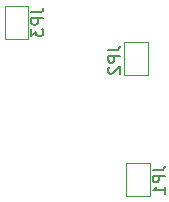
<source format=gbr>
%TF.GenerationSoftware,KiCad,Pcbnew,5.1.7+dfsg1-1*%
%TF.CreationDate,2020-10-05T18:44:40-04:00*%
%TF.ProjectId,74HC595Breakout,37344843-3539-4354-9272-65616b6f7574,rev?*%
%TF.SameCoordinates,Original*%
%TF.FileFunction,Legend,Bot*%
%TF.FilePolarity,Positive*%
%FSLAX46Y46*%
G04 Gerber Fmt 4.6, Leading zero omitted, Abs format (unit mm)*
G04 Created by KiCad (PCBNEW 5.1.7+dfsg1-1) date 2020-10-05 18:44:40*
%MOMM*%
%LPD*%
G01*
G04 APERTURE LIST*
%ADD10C,0.120000*%
%ADD11C,0.150000*%
G04 APERTURE END LIST*
D10*
%TO.C,JP1*%
X138700000Y-100856000D02*
X140700000Y-100856000D01*
X138700000Y-98056000D02*
X138700000Y-100856000D01*
X140700000Y-98056000D02*
X138700000Y-98056000D01*
X140700000Y-100856000D02*
X140700000Y-98056000D01*
%TO.C,JP2*%
X140500000Y-90600000D02*
X140500000Y-87800000D01*
X140500000Y-87800000D02*
X138500000Y-87800000D01*
X138500000Y-87800000D02*
X138500000Y-90600000D01*
X138500000Y-90600000D02*
X140500000Y-90600000D01*
%TO.C,JP3*%
X130413000Y-87506000D02*
X130413000Y-84706000D01*
X130413000Y-84706000D02*
X128413000Y-84706000D01*
X128413000Y-84706000D02*
X128413000Y-87506000D01*
X128413000Y-87506000D02*
X130413000Y-87506000D01*
%TO.C,JP1*%
D11*
X140952380Y-98622666D02*
X141666666Y-98622666D01*
X141809523Y-98575047D01*
X141904761Y-98479809D01*
X141952380Y-98336952D01*
X141952380Y-98241714D01*
X141952380Y-99098857D02*
X140952380Y-99098857D01*
X140952380Y-99479809D01*
X141000000Y-99575047D01*
X141047619Y-99622666D01*
X141142857Y-99670285D01*
X141285714Y-99670285D01*
X141380952Y-99622666D01*
X141428571Y-99575047D01*
X141476190Y-99479809D01*
X141476190Y-99098857D01*
X141952380Y-100622666D02*
X141952380Y-100051238D01*
X141952380Y-100336952D02*
X140952380Y-100336952D01*
X141095238Y-100241714D01*
X141190476Y-100146476D01*
X141238095Y-100051238D01*
%TO.C,JP2*%
X137152380Y-88466666D02*
X137866666Y-88466666D01*
X138009523Y-88419047D01*
X138104761Y-88323809D01*
X138152380Y-88180952D01*
X138152380Y-88085714D01*
X138152380Y-88942857D02*
X137152380Y-88942857D01*
X137152380Y-89323809D01*
X137200000Y-89419047D01*
X137247619Y-89466666D01*
X137342857Y-89514285D01*
X137485714Y-89514285D01*
X137580952Y-89466666D01*
X137628571Y-89419047D01*
X137676190Y-89323809D01*
X137676190Y-88942857D01*
X137247619Y-89895238D02*
X137200000Y-89942857D01*
X137152380Y-90038095D01*
X137152380Y-90276190D01*
X137200000Y-90371428D01*
X137247619Y-90419047D01*
X137342857Y-90466666D01*
X137438095Y-90466666D01*
X137580952Y-90419047D01*
X138152380Y-89847619D01*
X138152380Y-90466666D01*
%TO.C,JP3*%
X130665380Y-85272666D02*
X131379666Y-85272666D01*
X131522523Y-85225047D01*
X131617761Y-85129809D01*
X131665380Y-84986952D01*
X131665380Y-84891714D01*
X131665380Y-85748857D02*
X130665380Y-85748857D01*
X130665380Y-86129809D01*
X130713000Y-86225047D01*
X130760619Y-86272666D01*
X130855857Y-86320285D01*
X130998714Y-86320285D01*
X131093952Y-86272666D01*
X131141571Y-86225047D01*
X131189190Y-86129809D01*
X131189190Y-85748857D01*
X130665380Y-86653619D02*
X130665380Y-87272666D01*
X131046333Y-86939333D01*
X131046333Y-87082190D01*
X131093952Y-87177428D01*
X131141571Y-87225047D01*
X131236809Y-87272666D01*
X131474904Y-87272666D01*
X131570142Y-87225047D01*
X131617761Y-87177428D01*
X131665380Y-87082190D01*
X131665380Y-86796476D01*
X131617761Y-86701238D01*
X131570142Y-86653619D01*
%TD*%
M02*

</source>
